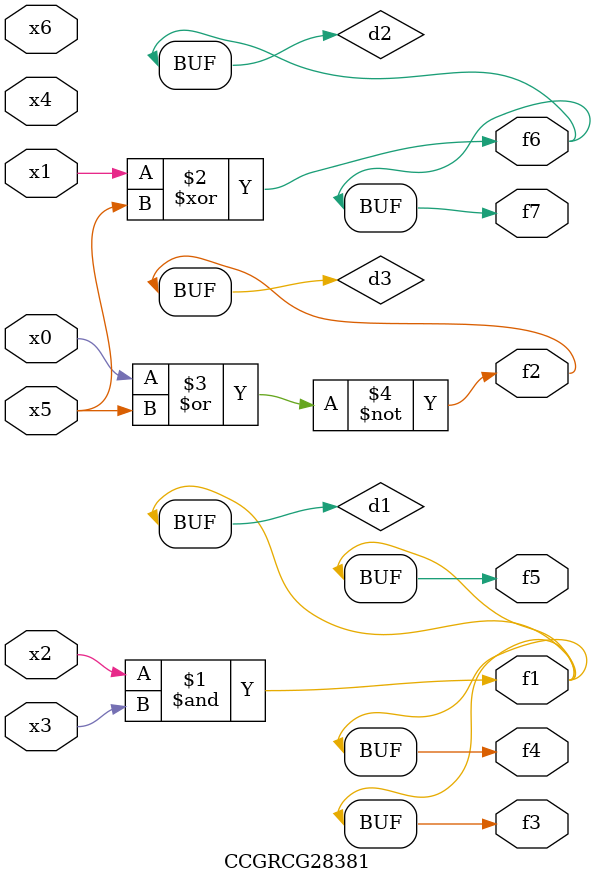
<source format=v>
module CCGRCG28381(
	input x0, x1, x2, x3, x4, x5, x6,
	output f1, f2, f3, f4, f5, f6, f7
);

	wire d1, d2, d3;

	and (d1, x2, x3);
	xor (d2, x1, x5);
	nor (d3, x0, x5);
	assign f1 = d1;
	assign f2 = d3;
	assign f3 = d1;
	assign f4 = d1;
	assign f5 = d1;
	assign f6 = d2;
	assign f7 = d2;
endmodule

</source>
